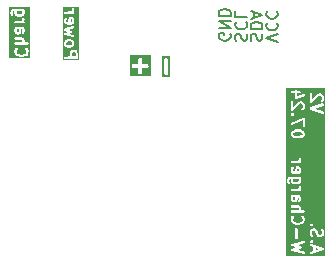
<source format=gbo>
G04 #@! TF.GenerationSoftware,KiCad,Pcbnew,8.0.3*
G04 #@! TF.CreationDate,2024-07-05T13:17:58+02:00*
G04 #@! TF.ProjectId,ESP32-C3-V2,45535033-322d-4433-932d-56322e6b6963,rev?*
G04 #@! TF.SameCoordinates,Original*
G04 #@! TF.FileFunction,Legend,Bot*
G04 #@! TF.FilePolarity,Positive*
%FSLAX46Y46*%
G04 Gerber Fmt 4.6, Leading zero omitted, Abs format (unit mm)*
G04 Created by KiCad (PCBNEW 8.0.3) date 2024-07-05 13:17:58*
%MOMM*%
%LPD*%
G01*
G04 APERTURE LIST*
%ADD10C,0.200000*%
%ADD11C,0.300000*%
G04 APERTURE END LIST*
D10*
X52980400Y8522055D02*
X52932780Y8664912D01*
X52932780Y8664912D02*
X52932780Y8903007D01*
X52932780Y8903007D02*
X52980400Y8998245D01*
X52980400Y8998245D02*
X53028019Y9045864D01*
X53028019Y9045864D02*
X53123257Y9093483D01*
X53123257Y9093483D02*
X53218495Y9093483D01*
X53218495Y9093483D02*
X53313733Y9045864D01*
X53313733Y9045864D02*
X53361352Y8998245D01*
X53361352Y8998245D02*
X53408971Y8903007D01*
X53408971Y8903007D02*
X53456590Y8712531D01*
X53456590Y8712531D02*
X53504209Y8617293D01*
X53504209Y8617293D02*
X53551828Y8569674D01*
X53551828Y8569674D02*
X53647066Y8522055D01*
X53647066Y8522055D02*
X53742304Y8522055D01*
X53742304Y8522055D02*
X53837542Y8569674D01*
X53837542Y8569674D02*
X53885161Y8617293D01*
X53885161Y8617293D02*
X53932780Y8712531D01*
X53932780Y8712531D02*
X53932780Y8950626D01*
X53932780Y8950626D02*
X53885161Y9093483D01*
X53028019Y10093483D02*
X52980400Y10045864D01*
X52980400Y10045864D02*
X52932780Y9903007D01*
X52932780Y9903007D02*
X52932780Y9807769D01*
X52932780Y9807769D02*
X52980400Y9664912D01*
X52980400Y9664912D02*
X53075638Y9569674D01*
X53075638Y9569674D02*
X53170876Y9522055D01*
X53170876Y9522055D02*
X53361352Y9474436D01*
X53361352Y9474436D02*
X53504209Y9474436D01*
X53504209Y9474436D02*
X53694685Y9522055D01*
X53694685Y9522055D02*
X53789923Y9569674D01*
X53789923Y9569674D02*
X53885161Y9664912D01*
X53885161Y9664912D02*
X53932780Y9807769D01*
X53932780Y9807769D02*
X53932780Y9903007D01*
X53932780Y9903007D02*
X53885161Y10045864D01*
X53885161Y10045864D02*
X53837542Y10093483D01*
X52932780Y10998245D02*
X52932780Y10522055D01*
X52932780Y10522055D02*
X53932780Y10522055D01*
D11*
G36*
X47387267Y5440726D02*
G01*
X46753933Y5440726D01*
X46753933Y6897368D01*
X46920600Y6897368D01*
X46923482Y5725247D01*
X46945880Y5671175D01*
X46987264Y5629791D01*
X47041336Y5607393D01*
X47099864Y5607393D01*
X47153936Y5629791D01*
X47195320Y5671175D01*
X47217718Y5725247D01*
X47220600Y5754511D01*
X47217718Y6926632D01*
X47195320Y6980704D01*
X47153936Y7022088D01*
X47099864Y7044486D01*
X47041336Y7044486D01*
X46987264Y7022088D01*
X46945880Y6980704D01*
X46923482Y6926632D01*
X46920600Y6897368D01*
X46753933Y6897368D01*
X46753933Y7211153D01*
X47387267Y7211153D01*
X47387267Y5440726D01*
G37*
D10*
G36*
X39376138Y7513868D02*
G01*
X39401915Y7489206D01*
X39432881Y7429567D01*
X39434128Y7169489D01*
X39108495Y7168875D01*
X39107269Y7424314D01*
X39136205Y7484461D01*
X39160867Y7510238D01*
X39220798Y7541355D01*
X39316645Y7542489D01*
X39376138Y7513868D01*
G37*
G36*
X39042805Y8418630D02*
G01*
X39068582Y8393968D01*
X39099699Y8334037D01*
X39100833Y8238190D01*
X39072211Y8178695D01*
X39047553Y8152922D01*
X38987849Y8121923D01*
X38749429Y8120422D01*
X38689420Y8149291D01*
X38663644Y8173951D01*
X38632527Y8233883D01*
X38631393Y8329730D01*
X38660014Y8389222D01*
X38684677Y8415000D01*
X38744377Y8445997D01*
X38982798Y8447498D01*
X39042805Y8418630D01*
G37*
G36*
X39077199Y10329754D02*
G01*
X39099641Y10286530D01*
X39100952Y10143200D01*
X39078575Y10096685D01*
X39035529Y10074335D01*
X38987556Y10074105D01*
X39041082Y10347129D01*
X39077199Y10329754D01*
G37*
G36*
X39743891Y6858563D02*
G01*
X38321669Y6858563D01*
X38321669Y7089183D01*
X38434701Y7089183D01*
X38434701Y7050165D01*
X38449633Y7014117D01*
X38477223Y6986527D01*
X38513271Y6971595D01*
X38532780Y6969674D01*
X39552289Y6971595D01*
X39588337Y6986527D01*
X39615927Y7014117D01*
X39630859Y7050165D01*
X39632780Y7069674D01*
X39631026Y7435214D01*
X39631995Y7438119D01*
X39630941Y7452944D01*
X39630859Y7470135D01*
X39629483Y7473456D01*
X39629229Y7477039D01*
X39622223Y7495348D01*
X39572880Y7590382D01*
X39568308Y7601422D01*
X39565152Y7605268D01*
X39564161Y7607176D01*
X39562163Y7608909D01*
X39555871Y7616575D01*
X39505770Y7664507D01*
X39498853Y7672483D01*
X39494703Y7675096D01*
X39493099Y7676630D01*
X39490659Y7677641D01*
X39482263Y7682926D01*
X39399245Y7722865D01*
X39397861Y7724249D01*
X39387111Y7728702D01*
X39368717Y7737551D01*
X39365133Y7737806D01*
X39361813Y7739181D01*
X39342304Y7741102D01*
X39214147Y7739586D01*
X39211954Y7740317D01*
X39199171Y7739409D01*
X39179938Y7739181D01*
X39176617Y7737806D01*
X39173034Y7737551D01*
X39154725Y7730545D01*
X39059691Y7681203D01*
X39048651Y7676630D01*
X39044805Y7673475D01*
X39042897Y7672483D01*
X39041164Y7670486D01*
X39033498Y7664193D01*
X38985566Y7614093D01*
X38977590Y7607175D01*
X38974977Y7603026D01*
X38973443Y7601421D01*
X38972432Y7598982D01*
X38967147Y7590585D01*
X38927208Y7507568D01*
X38925824Y7506183D01*
X38921371Y7495434D01*
X38912522Y7477039D01*
X38912267Y7473456D01*
X38910892Y7470135D01*
X38908971Y7450626D01*
X38910324Y7168502D01*
X38513271Y7167753D01*
X38477223Y7152821D01*
X38449633Y7125231D01*
X38434701Y7089183D01*
X38321669Y7089183D01*
X38321669Y8355388D01*
X38432780Y8355388D01*
X38434296Y8227231D01*
X38433565Y8225037D01*
X38434473Y8212255D01*
X38434701Y8193022D01*
X38436076Y8189703D01*
X38436331Y8186117D01*
X38443338Y8167809D01*
X38492678Y8072780D01*
X38497253Y8061736D01*
X38500409Y8057890D01*
X38501401Y8055980D01*
X38503397Y8054249D01*
X38509689Y8046582D01*
X38559791Y7998649D01*
X38566707Y7990674D01*
X38570856Y7988063D01*
X38572461Y7986527D01*
X38574901Y7985517D01*
X38583298Y7980231D01*
X38666315Y7940293D01*
X38667700Y7938908D01*
X38678449Y7934456D01*
X38696844Y7925606D01*
X38700427Y7925352D01*
X38703748Y7923976D01*
X38723257Y7922055D01*
X38993712Y7923758D01*
X38996464Y7922840D01*
X39010890Y7923866D01*
X39028480Y7923976D01*
X39031800Y7925352D01*
X39035384Y7925606D01*
X39053692Y7932612D01*
X39148721Y7981953D01*
X39159766Y7986527D01*
X39163612Y7989684D01*
X39165520Y7990674D01*
X39167249Y7992669D01*
X39174920Y7998963D01*
X39222853Y8049066D01*
X39230828Y8055981D01*
X39233439Y8060131D01*
X39234975Y8061735D01*
X39235985Y8064176D01*
X39241271Y8072572D01*
X39281209Y8155590D01*
X39282594Y8156974D01*
X39287046Y8167724D01*
X39295896Y8186118D01*
X39296150Y8189702D01*
X39297526Y8193022D01*
X39299447Y8212531D01*
X39297930Y8340688D01*
X39298662Y8342881D01*
X39297753Y8355664D01*
X39297526Y8374897D01*
X39296150Y8378218D01*
X39295896Y8381801D01*
X39288890Y8400110D01*
X39239547Y8495144D01*
X39234975Y8506184D01*
X39231819Y8510030D01*
X39230828Y8511938D01*
X39228830Y8513671D01*
X39222538Y8521337D01*
X39172437Y8569269D01*
X39165520Y8577245D01*
X39161370Y8579858D01*
X39159766Y8581392D01*
X39157326Y8582403D01*
X39148930Y8587688D01*
X39065912Y8627627D01*
X39064528Y8629011D01*
X39053778Y8633464D01*
X39035384Y8642313D01*
X39031800Y8642568D01*
X39028480Y8643943D01*
X39008971Y8645864D01*
X38738515Y8644162D01*
X38735764Y8645079D01*
X38721337Y8644054D01*
X38703748Y8643943D01*
X38700427Y8642568D01*
X38696844Y8642313D01*
X38678535Y8635307D01*
X38583501Y8585965D01*
X38572461Y8581392D01*
X38568615Y8578237D01*
X38566707Y8577245D01*
X38564974Y8575248D01*
X38557308Y8568955D01*
X38509380Y8518860D01*
X38501401Y8511939D01*
X38498787Y8507788D01*
X38497253Y8506183D01*
X38496242Y8503744D01*
X38490958Y8495348D01*
X38451018Y8412331D01*
X38449633Y8410945D01*
X38445181Y8400199D01*
X38436331Y8381802D01*
X38436076Y8378217D01*
X38434701Y8374897D01*
X38432780Y8355388D01*
X38321669Y8355388D01*
X38321669Y9442440D01*
X38433115Y9442440D01*
X38434869Y9436301D01*
X38434947Y9429923D01*
X38440179Y9417713D01*
X38443834Y9404923D01*
X38447804Y9399922D01*
X38450317Y9394059D01*
X38459828Y9384777D01*
X38468095Y9374364D01*
X38473672Y9371266D01*
X38478241Y9366807D01*
X38495641Y9357778D01*
X38742203Y9260185D01*
X38508102Y9165563D01*
X38502203Y9164885D01*
X38490927Y9158621D01*
X38478241Y9153493D01*
X38473672Y9149035D01*
X38468095Y9145936D01*
X38459828Y9135524D01*
X38450317Y9126241D01*
X38447804Y9120379D01*
X38443834Y9115377D01*
X38440179Y9102588D01*
X38434947Y9090377D01*
X38434869Y9084000D01*
X38433115Y9077860D01*
X38434632Y9064654D01*
X38434470Y9051362D01*
X38436840Y9045436D01*
X38437569Y9039097D01*
X38444022Y9027480D01*
X38448961Y9015135D01*
X38453419Y9010567D01*
X38456518Y9004989D01*
X38466930Y8996723D01*
X38476213Y8987211D01*
X38482075Y8984699D01*
X38487077Y8980728D01*
X38505308Y8973522D01*
X39191261Y8779533D01*
X39230024Y8783988D01*
X39264132Y8802936D01*
X39288393Y8833495D01*
X39299112Y8871012D01*
X39294657Y8909775D01*
X39275709Y8943883D01*
X39245150Y8968144D01*
X39226919Y8975350D01*
X38838225Y9085274D01*
X39028812Y9162307D01*
X39029674Y9162317D01*
X39043533Y9168257D01*
X39063510Y9176331D01*
X39064399Y9177200D01*
X39065538Y9177687D01*
X39078318Y9190784D01*
X39091434Y9203583D01*
X39091922Y9204724D01*
X39092789Y9205611D01*
X39099591Y9222617D01*
X39106804Y9239446D01*
X39106819Y9240686D01*
X39107280Y9241838D01*
X39107056Y9260150D01*
X39107280Y9278462D01*
X39106819Y9279615D01*
X39106804Y9280854D01*
X39099591Y9297684D01*
X39092789Y9314689D01*
X39091922Y9315577D01*
X39091434Y9316717D01*
X39078318Y9329517D01*
X39065538Y9342613D01*
X39064399Y9343101D01*
X39063510Y9343969D01*
X39046110Y9352998D01*
X38839069Y9434949D01*
X39245150Y9552156D01*
X39275709Y9576417D01*
X39294657Y9610525D01*
X39299112Y9649288D01*
X39288393Y9686805D01*
X39264132Y9717364D01*
X39230024Y9736312D01*
X39191261Y9740767D01*
X39171975Y9737254D01*
X38518123Y9548533D01*
X38512077Y9548459D01*
X38500133Y9543341D01*
X38487077Y9539572D01*
X38482075Y9535602D01*
X38476213Y9533089D01*
X38466930Y9523578D01*
X38456518Y9515311D01*
X38453419Y9509734D01*
X38448961Y9505165D01*
X38444022Y9492821D01*
X38437569Y9481203D01*
X38436840Y9474865D01*
X38434470Y9468938D01*
X38434632Y9455647D01*
X38433115Y9442440D01*
X38321669Y9442440D01*
X38321669Y10307769D01*
X38432780Y10307769D01*
X38434385Y10132261D01*
X38433565Y10129799D01*
X38434532Y10116183D01*
X38434701Y10097784D01*
X38436076Y10094465D01*
X38436331Y10090879D01*
X38443338Y10072571D01*
X38490375Y9981977D01*
X38493524Y9972532D01*
X38497898Y9967489D01*
X38501401Y9960742D01*
X38510873Y9952528D01*
X38519088Y9943055D01*
X38528960Y9936841D01*
X38530878Y9935178D01*
X38532417Y9934665D01*
X38535679Y9932612D01*
X38618696Y9892674D01*
X38620081Y9891289D01*
X38630830Y9886837D01*
X38649225Y9877987D01*
X38652808Y9877733D01*
X38656129Y9876357D01*
X38675638Y9874436D01*
X38861549Y9875328D01*
X38866009Y9874436D01*
X38870740Y9875372D01*
X39041177Y9876190D01*
X39044083Y9875221D01*
X39058907Y9876275D01*
X39076099Y9876357D01*
X39079419Y9877733D01*
X39083003Y9877987D01*
X39101311Y9884993D01*
X39191905Y9932031D01*
X39201351Y9935179D01*
X39206395Y9939554D01*
X39213139Y9943055D01*
X39221352Y9952526D01*
X39230828Y9960743D01*
X39237042Y9970617D01*
X39238704Y9972532D01*
X39239216Y9974071D01*
X39241271Y9977334D01*
X39281209Y10060352D01*
X39282594Y10061736D01*
X39287046Y10072486D01*
X39295896Y10090880D01*
X39296150Y10094464D01*
X39297526Y10097784D01*
X39299447Y10117293D01*
X39297841Y10292801D01*
X39298662Y10295262D01*
X39297694Y10308878D01*
X39297526Y10327278D01*
X39296150Y10330599D01*
X39295896Y10334182D01*
X39288890Y10352491D01*
X39241850Y10443089D01*
X39238704Y10452530D01*
X39234331Y10457573D01*
X39230828Y10464319D01*
X39221352Y10472537D01*
X39213139Y10482007D01*
X39203267Y10488221D01*
X39201351Y10489883D01*
X39199812Y10490397D01*
X39196549Y10492450D01*
X39113531Y10532389D01*
X39112147Y10533773D01*
X39101397Y10538226D01*
X39083003Y10547075D01*
X39079419Y10547330D01*
X39076099Y10548705D01*
X39056590Y10550626D01*
X38968805Y10549157D01*
X38961457Y10550626D01*
X38952661Y10548887D01*
X38941843Y10548705D01*
X38932790Y10544956D01*
X38923180Y10543054D01*
X38914942Y10537563D01*
X38905795Y10533773D01*
X38898866Y10526845D01*
X38890715Y10521410D01*
X38885206Y10513185D01*
X38878205Y10506183D01*
X38874455Y10497132D01*
X38869004Y10488991D01*
X38863294Y10470237D01*
X38863274Y10470140D01*
X38863273Y10470135D01*
X38863273Y10470130D01*
X38785443Y10073136D01*
X38701950Y10072735D01*
X38655027Y10095309D01*
X38632585Y10138532D01*
X38631274Y10281864D01*
X38676849Y10376594D01*
X38679615Y10415514D01*
X38667277Y10452530D01*
X38641712Y10482007D01*
X38606814Y10499456D01*
X38567894Y10502222D01*
X38530878Y10489884D01*
X38501401Y10464320D01*
X38490958Y10447729D01*
X38451018Y10364712D01*
X38449633Y10363326D01*
X38445181Y10352580D01*
X38436331Y10334183D01*
X38436076Y10330598D01*
X38434701Y10327278D01*
X38432780Y10307769D01*
X38321669Y10307769D01*
X38321669Y10898707D01*
X38434701Y10898707D01*
X38434701Y10859689D01*
X38449633Y10823641D01*
X38477223Y10796051D01*
X38513271Y10781119D01*
X38532780Y10779198D01*
X38994937Y10780492D01*
X38996464Y10779983D01*
X39003980Y10780518D01*
X39218956Y10781119D01*
X39255004Y10796051D01*
X39282594Y10823641D01*
X39297526Y10859689D01*
X39297526Y10898707D01*
X39282594Y10934755D01*
X39256330Y10961019D01*
X39281209Y11012733D01*
X39282594Y11014117D01*
X39287046Y11024867D01*
X39295896Y11043261D01*
X39296150Y11046845D01*
X39297526Y11050165D01*
X39299447Y11069674D01*
X39297526Y11184421D01*
X39282594Y11220469D01*
X39255004Y11248059D01*
X39218956Y11262991D01*
X39179938Y11262991D01*
X39143890Y11248059D01*
X39116300Y11220469D01*
X39101368Y11184421D01*
X39099447Y11164912D01*
X39100619Y11094888D01*
X39072211Y11035838D01*
X39047553Y11010065D01*
X38986959Y10978604D01*
X38513271Y10977277D01*
X38477223Y10962345D01*
X38449633Y10934755D01*
X38434701Y10898707D01*
X38321669Y10898707D01*
X38321669Y11374102D01*
X39743891Y11374102D01*
X39743891Y6858563D01*
G37*
X56532780Y8426817D02*
X55532780Y8760150D01*
X55532780Y8760150D02*
X56532780Y9093483D01*
X55628019Y9998245D02*
X55580400Y9950626D01*
X55580400Y9950626D02*
X55532780Y9807769D01*
X55532780Y9807769D02*
X55532780Y9712531D01*
X55532780Y9712531D02*
X55580400Y9569674D01*
X55580400Y9569674D02*
X55675638Y9474436D01*
X55675638Y9474436D02*
X55770876Y9426817D01*
X55770876Y9426817D02*
X55961352Y9379198D01*
X55961352Y9379198D02*
X56104209Y9379198D01*
X56104209Y9379198D02*
X56294685Y9426817D01*
X56294685Y9426817D02*
X56389923Y9474436D01*
X56389923Y9474436D02*
X56485161Y9569674D01*
X56485161Y9569674D02*
X56532780Y9712531D01*
X56532780Y9712531D02*
X56532780Y9807769D01*
X56532780Y9807769D02*
X56485161Y9950626D01*
X56485161Y9950626D02*
X56437542Y9998245D01*
X55628019Y10998245D02*
X55580400Y10950626D01*
X55580400Y10950626D02*
X55532780Y10807769D01*
X55532780Y10807769D02*
X55532780Y10712531D01*
X55532780Y10712531D02*
X55580400Y10569674D01*
X55580400Y10569674D02*
X55675638Y10474436D01*
X55675638Y10474436D02*
X55770876Y10426817D01*
X55770876Y10426817D02*
X55961352Y10379198D01*
X55961352Y10379198D02*
X56104209Y10379198D01*
X56104209Y10379198D02*
X56294685Y10426817D01*
X56294685Y10426817D02*
X56389923Y10474436D01*
X56389923Y10474436D02*
X56485161Y10569674D01*
X56485161Y10569674D02*
X56532780Y10712531D01*
X56532780Y10712531D02*
X56532780Y10807769D01*
X56532780Y10807769D02*
X56485161Y10950626D01*
X56485161Y10950626D02*
X56437542Y10998245D01*
X54280400Y8522055D02*
X54232780Y8664912D01*
X54232780Y8664912D02*
X54232780Y8903007D01*
X54232780Y8903007D02*
X54280400Y8998245D01*
X54280400Y8998245D02*
X54328019Y9045864D01*
X54328019Y9045864D02*
X54423257Y9093483D01*
X54423257Y9093483D02*
X54518495Y9093483D01*
X54518495Y9093483D02*
X54613733Y9045864D01*
X54613733Y9045864D02*
X54661352Y8998245D01*
X54661352Y8998245D02*
X54708971Y8903007D01*
X54708971Y8903007D02*
X54756590Y8712531D01*
X54756590Y8712531D02*
X54804209Y8617293D01*
X54804209Y8617293D02*
X54851828Y8569674D01*
X54851828Y8569674D02*
X54947066Y8522055D01*
X54947066Y8522055D02*
X55042304Y8522055D01*
X55042304Y8522055D02*
X55137542Y8569674D01*
X55137542Y8569674D02*
X55185161Y8617293D01*
X55185161Y8617293D02*
X55232780Y8712531D01*
X55232780Y8712531D02*
X55232780Y8950626D01*
X55232780Y8950626D02*
X55185161Y9093483D01*
X54232780Y9522055D02*
X55232780Y9522055D01*
X55232780Y9522055D02*
X55232780Y9760150D01*
X55232780Y9760150D02*
X55185161Y9903007D01*
X55185161Y9903007D02*
X55089923Y9998245D01*
X55089923Y9998245D02*
X54994685Y10045864D01*
X54994685Y10045864D02*
X54804209Y10093483D01*
X54804209Y10093483D02*
X54661352Y10093483D01*
X54661352Y10093483D02*
X54470876Y10045864D01*
X54470876Y10045864D02*
X54375638Y9998245D01*
X54375638Y9998245D02*
X54280400Y9903007D01*
X54280400Y9903007D02*
X54232780Y9760150D01*
X54232780Y9760150D02*
X54232780Y9522055D01*
X54518495Y10474436D02*
X54518495Y10950626D01*
X54232780Y10379198D02*
X55232780Y10712531D01*
X55232780Y10712531D02*
X54232780Y11045864D01*
G36*
X60029477Y-9139416D02*
G01*
X59727906Y-9240539D01*
X59727126Y-9039233D01*
X60029477Y-9139416D01*
G37*
G36*
X58015314Y-4923310D02*
G01*
X57992861Y-4969982D01*
X57949315Y-4992591D01*
X57900851Y-4993403D01*
X57855027Y-4971358D01*
X57832622Y-4928205D01*
X57831198Y-4737341D01*
X57841631Y-4715656D01*
X58013761Y-4715047D01*
X58015314Y-4923310D01*
G37*
G36*
X58299641Y-3208708D02*
G01*
X58300952Y-3352038D01*
X58272211Y-3411781D01*
X58247553Y-3437554D01*
X58187849Y-3468553D01*
X57949429Y-3470054D01*
X57889420Y-3441185D01*
X57863644Y-3416525D01*
X57832585Y-3356706D01*
X57831274Y-3213374D01*
X57841727Y-3191647D01*
X58290243Y-3190608D01*
X58299641Y-3208708D01*
G37*
G36*
X58277199Y-2308341D02*
G01*
X58299641Y-2351565D01*
X58300952Y-2494895D01*
X58278575Y-2541410D01*
X58235529Y-2563760D01*
X58187556Y-2563990D01*
X58241082Y-2290966D01*
X58277199Y-2308341D01*
G37*
G36*
X58501117Y769008D02*
G01*
X58576138Y732917D01*
X58601915Y708255D01*
X58633140Y648116D01*
X58633952Y599651D01*
X58605544Y540601D01*
X58580886Y514828D01*
X58513326Y479750D01*
X58345867Y436298D01*
X58132376Y434706D01*
X57964443Y475105D01*
X57889420Y511197D01*
X57863644Y535857D01*
X57832419Y595997D01*
X57831607Y644462D01*
X57860014Y703509D01*
X57884677Y729287D01*
X57952232Y764363D01*
X58119693Y807815D01*
X58333183Y809407D01*
X58501117Y769008D01*
G37*
G36*
X60553835Y-9683509D02*
G01*
X57188336Y-9683509D01*
X57188336Y-8810256D01*
X57632849Y-8810256D01*
X57636214Y-8824390D01*
X57638126Y-8838774D01*
X57640696Y-8843214D01*
X57641887Y-8848213D01*
X57650402Y-8859979D01*
X57657675Y-8872542D01*
X57661752Y-8875662D01*
X57664762Y-8879822D01*
X57677124Y-8887429D01*
X57688658Y-8896258D01*
X57695858Y-8898957D01*
X57697992Y-8900271D01*
X57700382Y-8900654D01*
X57707014Y-8903141D01*
X58062591Y-8996997D01*
X57711734Y-9091511D01*
X57697992Y-9093715D01*
X57693660Y-9096380D01*
X57688658Y-9097728D01*
X57677124Y-9106556D01*
X57664762Y-9114164D01*
X57661752Y-9118323D01*
X57657675Y-9121444D01*
X57650402Y-9134006D01*
X57641887Y-9145773D01*
X57640696Y-9150771D01*
X57638126Y-9155212D01*
X57636214Y-9169595D01*
X57632849Y-9183730D01*
X57633662Y-9188801D01*
X57632986Y-9193890D01*
X57636727Y-9207922D01*
X57639026Y-9222257D01*
X57641715Y-9226627D01*
X57643039Y-9231591D01*
X57651867Y-9243124D01*
X57659475Y-9255487D01*
X57663634Y-9258496D01*
X57666755Y-9262574D01*
X57679317Y-9269846D01*
X57691084Y-9278362D01*
X57698355Y-9280868D01*
X57700523Y-9282123D01*
X57702920Y-9282441D01*
X57709618Y-9284750D01*
X58729041Y-9525495D01*
X58767568Y-9519318D01*
X58800798Y-9498869D01*
X58823673Y-9467260D01*
X58832711Y-9429303D01*
X58826534Y-9390776D01*
X58806085Y-9357546D01*
X58774476Y-9334671D01*
X58755942Y-9328283D01*
X58137059Y-9182128D01*
X58466738Y-9093320D01*
X58479324Y-9091648D01*
X58484873Y-9088434D01*
X58491188Y-9086734D01*
X58501670Y-9078709D01*
X58513091Y-9072098D01*
X58517027Y-9066954D01*
X58522171Y-9063018D01*
X58528782Y-9051598D01*
X58536807Y-9041115D01*
X58538476Y-9034854D01*
X58541721Y-9029250D01*
X58543459Y-9016167D01*
X58546860Y-9003414D01*
X58546006Y-8996993D01*
X58546860Y-8990572D01*
X58543459Y-8977818D01*
X58541721Y-8964736D01*
X58538476Y-8959131D01*
X58536807Y-8952871D01*
X58528782Y-8942387D01*
X58522171Y-8930968D01*
X58517027Y-8927031D01*
X58513091Y-8921888D01*
X58501670Y-8915276D01*
X58491188Y-8907252D01*
X58481606Y-8903659D01*
X58479324Y-8902338D01*
X58477400Y-8902082D01*
X58472833Y-8900370D01*
X58138203Y-8812042D01*
X58213326Y-8794010D01*
X59243509Y-8794010D01*
X59246275Y-8832930D01*
X59263725Y-8867829D01*
X59293201Y-8893394D01*
X59311101Y-8901385D01*
X59528717Y-8973491D01*
X59530009Y-9306899D01*
X59293201Y-9386306D01*
X59263725Y-9411871D01*
X59246275Y-9446770D01*
X59243509Y-9485690D01*
X59255847Y-9522706D01*
X59281412Y-9552182D01*
X59316311Y-9569632D01*
X59355231Y-9572398D01*
X59374347Y-9568051D01*
X60362239Y-9236789D01*
X60369136Y-9236299D01*
X60380201Y-9230766D01*
X60392247Y-9226727D01*
X60397648Y-9222042D01*
X60404035Y-9218849D01*
X60412247Y-9209380D01*
X60421723Y-9201162D01*
X60424918Y-9194770D01*
X60429600Y-9189373D01*
X60433566Y-9177475D01*
X60439172Y-9166263D01*
X60439678Y-9159138D01*
X60441939Y-9152357D01*
X60441049Y-9139850D01*
X60441939Y-9127343D01*
X60439678Y-9120561D01*
X60439172Y-9113437D01*
X60433566Y-9102224D01*
X60429600Y-9090327D01*
X60424918Y-9084929D01*
X60421723Y-9078538D01*
X60412247Y-9070319D01*
X60404035Y-9060851D01*
X60397648Y-9057657D01*
X60392247Y-9052973D01*
X60374346Y-9044982D01*
X59655388Y-8806758D01*
X59647948Y-8803676D01*
X59646087Y-8803676D01*
X59355231Y-8707302D01*
X59316311Y-8710068D01*
X59281412Y-8727518D01*
X59255847Y-8756994D01*
X59243509Y-8794010D01*
X58213326Y-8794010D01*
X58774476Y-8659315D01*
X58806085Y-8636440D01*
X58826534Y-8603210D01*
X58832711Y-8564683D01*
X58823673Y-8526726D01*
X58800798Y-8495117D01*
X58767568Y-8474668D01*
X58729041Y-8468491D01*
X58709618Y-8471141D01*
X57714479Y-8710008D01*
X57700523Y-8711863D01*
X57696110Y-8714417D01*
X57691084Y-8715624D01*
X57679317Y-8724139D01*
X57666755Y-8731412D01*
X57663634Y-8735489D01*
X57659475Y-8738499D01*
X57651867Y-8750861D01*
X57643039Y-8762395D01*
X57641715Y-8767358D01*
X57639026Y-8771729D01*
X57636727Y-8786063D01*
X57632986Y-8800096D01*
X57633662Y-8805184D01*
X57632849Y-8810256D01*
X57188336Y-8810256D01*
X57188336Y-8453674D01*
X59244645Y-8453674D01*
X59244645Y-8492692D01*
X59246129Y-8496275D01*
X59259576Y-8528740D01*
X59259577Y-8528741D01*
X59272014Y-8543894D01*
X59334787Y-8603950D01*
X59360277Y-8614507D01*
X59370835Y-8618881D01*
X59370836Y-8618881D01*
X59409853Y-8618881D01*
X59430970Y-8610133D01*
X59445902Y-8603949D01*
X59445906Y-8603944D01*
X59461055Y-8591513D01*
X59521110Y-8528741D01*
X59532479Y-8501293D01*
X59536042Y-8492692D01*
X59536042Y-8453674D01*
X59521110Y-8417626D01*
X59521110Y-8417625D01*
X59508673Y-8402472D01*
X59445924Y-8342439D01*
X59445902Y-8342417D01*
X59430970Y-8336232D01*
X59409853Y-8327485D01*
X59370835Y-8327485D01*
X59360277Y-8331858D01*
X59334787Y-8342416D01*
X59319634Y-8354853D01*
X59259577Y-8417625D01*
X59259576Y-8417626D01*
X59249018Y-8443116D01*
X59244645Y-8453674D01*
X57188336Y-8453674D01*
X57188336Y-7425565D01*
X58013733Y-7425565D01*
X58015654Y-8206978D01*
X58030586Y-8243026D01*
X58058176Y-8270616D01*
X58094224Y-8285548D01*
X58133242Y-8285548D01*
X58169290Y-8270616D01*
X58196880Y-8243026D01*
X58211812Y-8206978D01*
X58213733Y-8187469D01*
X58212445Y-7663660D01*
X59242724Y-7663660D01*
X59244489Y-7900461D01*
X59243509Y-7914263D01*
X59244629Y-7919190D01*
X59244645Y-7921264D01*
X59245656Y-7923705D01*
X59247856Y-7933378D01*
X59303468Y-8094136D01*
X59329033Y-8123612D01*
X59363932Y-8141061D01*
X59402852Y-8143827D01*
X59439868Y-8131488D01*
X59469344Y-8105923D01*
X59486793Y-8071024D01*
X59489559Y-8032104D01*
X59485212Y-8012989D01*
X59442635Y-7889913D01*
X59441142Y-7689722D01*
X59469958Y-7629826D01*
X59494621Y-7604048D01*
X59554760Y-7572823D01*
X59603225Y-7572011D01*
X59662273Y-7600418D01*
X59688050Y-7625080D01*
X59723126Y-7692635D01*
X59769405Y-7870993D01*
X59770085Y-7880549D01*
X59775676Y-7895161D01*
X59776115Y-7896850D01*
X59776545Y-7897430D01*
X59777091Y-7898857D01*
X59826431Y-7993886D01*
X59831006Y-8004931D01*
X59834162Y-8008777D01*
X59835153Y-8010685D01*
X59837147Y-8012414D01*
X59843442Y-8020085D01*
X59893544Y-8068018D01*
X59900460Y-8075993D01*
X59904609Y-8078604D01*
X59906214Y-8080140D01*
X59908654Y-8081150D01*
X59917051Y-8086436D01*
X60000068Y-8126374D01*
X60001453Y-8127759D01*
X60012202Y-8132211D01*
X60030597Y-8141061D01*
X60034180Y-8141315D01*
X60037501Y-8142691D01*
X60057010Y-8144612D01*
X60138027Y-8143255D01*
X60139741Y-8143827D01*
X60150785Y-8143042D01*
X60171757Y-8142691D01*
X60175077Y-8141315D01*
X60178661Y-8141061D01*
X60196969Y-8134055D01*
X60291998Y-8084714D01*
X60303043Y-8080140D01*
X60306889Y-8076983D01*
X60308797Y-8075993D01*
X60310526Y-8073998D01*
X60318197Y-8067704D01*
X60366130Y-8017601D01*
X60374105Y-8010686D01*
X60376716Y-8006536D01*
X60378252Y-8004932D01*
X60379262Y-8002491D01*
X60384548Y-7994095D01*
X60424486Y-7911077D01*
X60425871Y-7909693D01*
X60430323Y-7898943D01*
X60439173Y-7880549D01*
X60439427Y-7876965D01*
X60440803Y-7873645D01*
X60442724Y-7854136D01*
X60440958Y-7617334D01*
X60441939Y-7603533D01*
X60440818Y-7598605D01*
X60440803Y-7596532D01*
X60439791Y-7594090D01*
X60437592Y-7584418D01*
X60381982Y-7423661D01*
X60356417Y-7394185D01*
X60321518Y-7376735D01*
X60282598Y-7373969D01*
X60245582Y-7386307D01*
X60216106Y-7411872D01*
X60198656Y-7446771D01*
X60195890Y-7485691D01*
X60200237Y-7504807D01*
X60242812Y-7627883D01*
X60244305Y-7828072D01*
X60215488Y-7887972D01*
X60190830Y-7913745D01*
X60130687Y-7944972D01*
X60082223Y-7945784D01*
X60023173Y-7917376D01*
X59997400Y-7892718D01*
X59962322Y-7825158D01*
X59916043Y-7646802D01*
X59915364Y-7637247D01*
X59909771Y-7622631D01*
X59909334Y-7620946D01*
X59908904Y-7620366D01*
X59908358Y-7618938D01*
X59859015Y-7523904D01*
X59854443Y-7512864D01*
X59851287Y-7509018D01*
X59850296Y-7507110D01*
X59848298Y-7505377D01*
X59842006Y-7497711D01*
X59791905Y-7449779D01*
X59784988Y-7441803D01*
X59780838Y-7439190D01*
X59779234Y-7437656D01*
X59776794Y-7436645D01*
X59768398Y-7431360D01*
X59685380Y-7391421D01*
X59683996Y-7390037D01*
X59673246Y-7385584D01*
X59654852Y-7376735D01*
X59651268Y-7376480D01*
X59647948Y-7375105D01*
X59628439Y-7373184D01*
X59547421Y-7374540D01*
X59545708Y-7373969D01*
X59534663Y-7374753D01*
X59513692Y-7375105D01*
X59510371Y-7376480D01*
X59506788Y-7376735D01*
X59488479Y-7383741D01*
X59393445Y-7433083D01*
X59382405Y-7437656D01*
X59378559Y-7440811D01*
X59376651Y-7441803D01*
X59374918Y-7443800D01*
X59367252Y-7450093D01*
X59319324Y-7500188D01*
X59311345Y-7507109D01*
X59308731Y-7511260D01*
X59307197Y-7512865D01*
X59306186Y-7515304D01*
X59300902Y-7523700D01*
X59260962Y-7606717D01*
X59259577Y-7608103D01*
X59255125Y-7618849D01*
X59246275Y-7637246D01*
X59246020Y-7640831D01*
X59244645Y-7644151D01*
X59242724Y-7663660D01*
X58212445Y-7663660D01*
X58211812Y-7406056D01*
X58196880Y-7370008D01*
X58169290Y-7342418D01*
X58133242Y-7327486D01*
X58094224Y-7327486D01*
X58058176Y-7342418D01*
X58030586Y-7370008D01*
X58015654Y-7406056D01*
X58013733Y-7425565D01*
X57188336Y-7425565D01*
X57188336Y-6568422D01*
X57632780Y-6568422D01*
X57634389Y-6664565D01*
X57633565Y-6676168D01*
X57634664Y-6681003D01*
X57634701Y-6683169D01*
X57635712Y-6685610D01*
X57637912Y-6695283D01*
X57682321Y-6823656D01*
X57682321Y-6826026D01*
X57687293Y-6838029D01*
X57693524Y-6856041D01*
X57695878Y-6858755D01*
X57697253Y-6862074D01*
X57709689Y-6877228D01*
X57806073Y-6971239D01*
X57814326Y-6980755D01*
X57818564Y-6983422D01*
X57820081Y-6984902D01*
X57822518Y-6985911D01*
X57830917Y-6991198D01*
X57921188Y-7034626D01*
X57928162Y-7039793D01*
X57942796Y-7045021D01*
X57944463Y-7045823D01*
X57945183Y-7045874D01*
X57946622Y-7046388D01*
X58131934Y-7090967D01*
X58141843Y-7095072D01*
X58153952Y-7096264D01*
X58156491Y-7096875D01*
X58157949Y-7096657D01*
X58161352Y-7096993D01*
X58298925Y-7095365D01*
X58309070Y-7096875D01*
X58321048Y-7095103D01*
X58323718Y-7095072D01*
X58325081Y-7094507D01*
X58328463Y-7094007D01*
X58511542Y-7046502D01*
X58521098Y-7045823D01*
X58535710Y-7040231D01*
X58537399Y-7039793D01*
X58537979Y-7039362D01*
X58539406Y-7038817D01*
X58565819Y-7025103D01*
X59244645Y-7025103D01*
X59244645Y-7064121D01*
X59246129Y-7067704D01*
X59259576Y-7100169D01*
X59259577Y-7100170D01*
X59272014Y-7115323D01*
X59334787Y-7175379D01*
X59360277Y-7185936D01*
X59370835Y-7190310D01*
X59370836Y-7190310D01*
X59409853Y-7190310D01*
X59430970Y-7181562D01*
X59445902Y-7175378D01*
X59445906Y-7175373D01*
X59461055Y-7162942D01*
X59521110Y-7100170D01*
X59525483Y-7089611D01*
X59536042Y-7064121D01*
X59536042Y-7025103D01*
X59521110Y-6989055D01*
X59521110Y-6989054D01*
X59508673Y-6973901D01*
X59445924Y-6913868D01*
X59445902Y-6913846D01*
X59428345Y-6906574D01*
X59409853Y-6898914D01*
X59370835Y-6898914D01*
X59361053Y-6902966D01*
X59334787Y-6913845D01*
X59319634Y-6926282D01*
X59259577Y-6989054D01*
X59259576Y-6989055D01*
X59254275Y-7001854D01*
X59244645Y-7025103D01*
X58565819Y-7025103D01*
X58634435Y-6989476D01*
X58645480Y-6984902D01*
X58649326Y-6981745D01*
X58651234Y-6980755D01*
X58652963Y-6978760D01*
X58660634Y-6972466D01*
X58744462Y-6886521D01*
X58746473Y-6885516D01*
X58754738Y-6875986D01*
X58768308Y-6862074D01*
X58769682Y-6858755D01*
X58772038Y-6856040D01*
X58780029Y-6838140D01*
X58825935Y-6695055D01*
X58830859Y-6683169D01*
X58831350Y-6678176D01*
X58831995Y-6676168D01*
X58831807Y-6673533D01*
X58832780Y-6663660D01*
X58831170Y-6567516D01*
X58831995Y-6555914D01*
X58830895Y-6551078D01*
X58830859Y-6548913D01*
X58829847Y-6546471D01*
X58827648Y-6536799D01*
X58783239Y-6408421D01*
X58783239Y-6406056D01*
X58778273Y-6394066D01*
X58772038Y-6376042D01*
X58769682Y-6373326D01*
X58768308Y-6370007D01*
X58755871Y-6354854D01*
X58693099Y-6294799D01*
X58657051Y-6279867D01*
X58618033Y-6279867D01*
X58581985Y-6294799D01*
X58554395Y-6322389D01*
X58539463Y-6358437D01*
X58539463Y-6397455D01*
X58554395Y-6433503D01*
X58566831Y-6448657D01*
X58597487Y-6477986D01*
X58632983Y-6580598D01*
X58634046Y-6644085D01*
X58599801Y-6750824D01*
X58534314Y-6817964D01*
X58465707Y-6853585D01*
X58298142Y-6897064D01*
X58179334Y-6898470D01*
X58012062Y-6858230D01*
X57937392Y-6822308D01*
X57868386Y-6755000D01*
X57832576Y-6651484D01*
X57831513Y-6587997D01*
X57865901Y-6480816D01*
X57911166Y-6433504D01*
X57926097Y-6397455D01*
X57926097Y-6358437D01*
X57911166Y-6322389D01*
X57883576Y-6294799D01*
X57847528Y-6279868D01*
X57808510Y-6279868D01*
X57772461Y-6294799D01*
X57757308Y-6307236D01*
X57720224Y-6345997D01*
X57719089Y-6346565D01*
X57713342Y-6353190D01*
X57697253Y-6370008D01*
X57695878Y-6373326D01*
X57693524Y-6376041D01*
X57685532Y-6393941D01*
X57639625Y-6537025D01*
X57634701Y-6548913D01*
X57634209Y-6553905D01*
X57633565Y-6555914D01*
X57633752Y-6558548D01*
X57632780Y-6568422D01*
X57188336Y-6568422D01*
X57188336Y-5501294D01*
X57634701Y-5501294D01*
X57634701Y-5540312D01*
X57649633Y-5576360D01*
X57677223Y-5603950D01*
X57713271Y-5618882D01*
X57732780Y-5620803D01*
X58230157Y-5619044D01*
X58277199Y-5641675D01*
X58299699Y-5685011D01*
X58300833Y-5780858D01*
X58272211Y-5840353D01*
X58262734Y-5850259D01*
X57713271Y-5851295D01*
X57677223Y-5866227D01*
X57649633Y-5893817D01*
X57634701Y-5929865D01*
X57634701Y-5968883D01*
X57649633Y-6004931D01*
X57677223Y-6032521D01*
X57713271Y-6047453D01*
X57732780Y-6049374D01*
X58752289Y-6047453D01*
X58788337Y-6032521D01*
X58815927Y-6004931D01*
X58830859Y-5968883D01*
X58830859Y-5929865D01*
X58815927Y-5893817D01*
X58788337Y-5866227D01*
X58752289Y-5851295D01*
X58732780Y-5849374D01*
X58487762Y-5849835D01*
X58495896Y-5832930D01*
X58496150Y-5829346D01*
X58497526Y-5826026D01*
X58499447Y-5806517D01*
X58497930Y-5678360D01*
X58498662Y-5676167D01*
X58497753Y-5663384D01*
X58497526Y-5644151D01*
X58496150Y-5640830D01*
X58495896Y-5637247D01*
X58488890Y-5618938D01*
X58441850Y-5528340D01*
X58438704Y-5518899D01*
X58434331Y-5513856D01*
X58430828Y-5507110D01*
X58421352Y-5498892D01*
X58413139Y-5489422D01*
X58403267Y-5483208D01*
X58401351Y-5481546D01*
X58399812Y-5481032D01*
X58396549Y-5478979D01*
X58313531Y-5439040D01*
X58312147Y-5437656D01*
X58301397Y-5433203D01*
X58283003Y-5424354D01*
X58279419Y-5424099D01*
X58276099Y-5422724D01*
X58256590Y-5420803D01*
X57713271Y-5422724D01*
X57677223Y-5437656D01*
X57649633Y-5465246D01*
X57634701Y-5501294D01*
X57188336Y-5501294D01*
X57188336Y-4711279D01*
X57632780Y-4711279D01*
X57634442Y-4934234D01*
X57633565Y-4936868D01*
X57634567Y-4950973D01*
X57634701Y-4968883D01*
X57636076Y-4972202D01*
X57636331Y-4975788D01*
X57643338Y-4994096D01*
X57690375Y-5084690D01*
X57693524Y-5094135D01*
X57697898Y-5099178D01*
X57701401Y-5105925D01*
X57710873Y-5114139D01*
X57719088Y-5123612D01*
X57728960Y-5129826D01*
X57730878Y-5131489D01*
X57732417Y-5132002D01*
X57735679Y-5134055D01*
X57818696Y-5173993D01*
X57820081Y-5175378D01*
X57830830Y-5179830D01*
X57849225Y-5188680D01*
X57852808Y-5188934D01*
X57856129Y-5190310D01*
X57875638Y-5192231D01*
X57956655Y-5190874D01*
X57958369Y-5191446D01*
X57969413Y-5190661D01*
X57990385Y-5190310D01*
X57993705Y-5188934D01*
X57997289Y-5188680D01*
X58015597Y-5181674D01*
X58106191Y-5134636D01*
X58115637Y-5131488D01*
X58120681Y-5127113D01*
X58127425Y-5123612D01*
X58135638Y-5114141D01*
X58145114Y-5105924D01*
X58151328Y-5096050D01*
X58152990Y-5094135D01*
X58153502Y-5092596D01*
X58155557Y-5089333D01*
X58195495Y-5006315D01*
X58196880Y-5004931D01*
X58201332Y-4994181D01*
X58210182Y-4975787D01*
X58210436Y-4972203D01*
X58211812Y-4968883D01*
X58213733Y-4949374D01*
X58212151Y-4737342D01*
X58223233Y-4714306D01*
X58230157Y-4714282D01*
X58277199Y-4736913D01*
X58299641Y-4780137D01*
X58300952Y-4923467D01*
X58255379Y-5018199D01*
X58252613Y-5057119D01*
X58264952Y-5094135D01*
X58290516Y-5123612D01*
X58325415Y-5141061D01*
X58364335Y-5143827D01*
X58401351Y-5131488D01*
X58430828Y-5105924D01*
X58441271Y-5089333D01*
X58481209Y-5006315D01*
X58482594Y-5004931D01*
X58487046Y-4994181D01*
X58495896Y-4975787D01*
X58496150Y-4972203D01*
X58497526Y-4968883D01*
X58499447Y-4949374D01*
X58497841Y-4773866D01*
X58498662Y-4771405D01*
X58497694Y-4757789D01*
X58497526Y-4739389D01*
X58496150Y-4736068D01*
X58495896Y-4732485D01*
X58488890Y-4714176D01*
X58441850Y-4623578D01*
X58438704Y-4614137D01*
X58434331Y-4609094D01*
X58430828Y-4602348D01*
X58421352Y-4594130D01*
X58413139Y-4584660D01*
X58403267Y-4578446D01*
X58401351Y-4576784D01*
X58399812Y-4576270D01*
X58396549Y-4574217D01*
X58313531Y-4534278D01*
X58312147Y-4532894D01*
X58301397Y-4528441D01*
X58283003Y-4519592D01*
X58279419Y-4519337D01*
X58276099Y-4517962D01*
X58256590Y-4516041D01*
X57780532Y-4517724D01*
X57767894Y-4516826D01*
X57765034Y-4517778D01*
X57713271Y-4517962D01*
X57677223Y-4532894D01*
X57649633Y-4560484D01*
X57634701Y-4596532D01*
X57634701Y-4635550D01*
X57646344Y-4663660D01*
X57645181Y-4666468D01*
X57636331Y-4684865D01*
X57636076Y-4688450D01*
X57634701Y-4691770D01*
X57632780Y-4711279D01*
X57188336Y-4711279D01*
X57188336Y-4120341D01*
X57634701Y-4120341D01*
X57634701Y-4159359D01*
X57649633Y-4195407D01*
X57677223Y-4222997D01*
X57713271Y-4237929D01*
X57732780Y-4239850D01*
X58194937Y-4238556D01*
X58196464Y-4239065D01*
X58203980Y-4238530D01*
X58418956Y-4237929D01*
X58455004Y-4222997D01*
X58482594Y-4195407D01*
X58497526Y-4159359D01*
X58497526Y-4120341D01*
X58482594Y-4084293D01*
X58456330Y-4058029D01*
X58481209Y-4006315D01*
X58482594Y-4004931D01*
X58487046Y-3994181D01*
X58495896Y-3975787D01*
X58496150Y-3972203D01*
X58497526Y-3968883D01*
X58499447Y-3949374D01*
X58497526Y-3834627D01*
X58482594Y-3798579D01*
X58455004Y-3770989D01*
X58418956Y-3756057D01*
X58379938Y-3756057D01*
X58343890Y-3770989D01*
X58316300Y-3798579D01*
X58301368Y-3834627D01*
X58299447Y-3854136D01*
X58300619Y-3924160D01*
X58272211Y-3983210D01*
X58247553Y-4008983D01*
X58186959Y-4040444D01*
X57713271Y-4041771D01*
X57677223Y-4056703D01*
X57649633Y-4084293D01*
X57634701Y-4120341D01*
X57188336Y-4120341D01*
X57188336Y-3282707D01*
X57299447Y-3282707D01*
X57300963Y-3410863D01*
X57300232Y-3413057D01*
X57301140Y-3425839D01*
X57301368Y-3445073D01*
X57302743Y-3448393D01*
X57302998Y-3451977D01*
X57310004Y-3470285D01*
X57368066Y-3582113D01*
X57397543Y-3607678D01*
X57434559Y-3620016D01*
X57473479Y-3617251D01*
X57508377Y-3599802D01*
X57533942Y-3570325D01*
X57546281Y-3533309D01*
X57543515Y-3494389D01*
X57536509Y-3476080D01*
X57499194Y-3404211D01*
X57498060Y-3308365D01*
X57526681Y-3248872D01*
X57551343Y-3223095D01*
X57610881Y-3192182D01*
X57632822Y-3192131D01*
X57634385Y-3362977D01*
X57633565Y-3365439D01*
X57634532Y-3379055D01*
X57634701Y-3397454D01*
X57636076Y-3400773D01*
X57636331Y-3404359D01*
X57643338Y-3422667D01*
X57692678Y-3517696D01*
X57697253Y-3528740D01*
X57700409Y-3532586D01*
X57701401Y-3534496D01*
X57703397Y-3536227D01*
X57709689Y-3543894D01*
X57759791Y-3591827D01*
X57766707Y-3599802D01*
X57770856Y-3602413D01*
X57772461Y-3603949D01*
X57774901Y-3604959D01*
X57783298Y-3610245D01*
X57866315Y-3650183D01*
X57867700Y-3651568D01*
X57878449Y-3656020D01*
X57896844Y-3664870D01*
X57900427Y-3665124D01*
X57903748Y-3666500D01*
X57923257Y-3668421D01*
X58193712Y-3666718D01*
X58196464Y-3667636D01*
X58210890Y-3666610D01*
X58228480Y-3666500D01*
X58231800Y-3665124D01*
X58235384Y-3664870D01*
X58253692Y-3657864D01*
X58348721Y-3608523D01*
X58359766Y-3603949D01*
X58363612Y-3600792D01*
X58365520Y-3599802D01*
X58367249Y-3597807D01*
X58374920Y-3591513D01*
X58422853Y-3541410D01*
X58430828Y-3534495D01*
X58433439Y-3530345D01*
X58434975Y-3528741D01*
X58435985Y-3526300D01*
X58441271Y-3517904D01*
X58481209Y-3434886D01*
X58482594Y-3433502D01*
X58487046Y-3422752D01*
X58495896Y-3404358D01*
X58496150Y-3400774D01*
X58497526Y-3397454D01*
X58499447Y-3377945D01*
X58497841Y-3202437D01*
X58498662Y-3199976D01*
X58497694Y-3186360D01*
X58497526Y-3167960D01*
X58496150Y-3164639D01*
X58495896Y-3161056D01*
X58488890Y-3142747D01*
X58486549Y-3138239D01*
X58497526Y-3111740D01*
X58497526Y-3072722D01*
X58482594Y-3036674D01*
X58455004Y-3009084D01*
X58418956Y-2994152D01*
X58399447Y-2992231D01*
X57777138Y-2993672D01*
X57767894Y-2993016D01*
X57765844Y-2993699D01*
X57605593Y-2994070D01*
X57602430Y-2993016D01*
X57586985Y-2994113D01*
X57570414Y-2994152D01*
X57567093Y-2995527D01*
X57563510Y-2995782D01*
X57545201Y-3002788D01*
X57450167Y-3052130D01*
X57439127Y-3056703D01*
X57435281Y-3059858D01*
X57433373Y-3060850D01*
X57431640Y-3062847D01*
X57423974Y-3069140D01*
X57376042Y-3119240D01*
X57368066Y-3126158D01*
X57365453Y-3130307D01*
X57363919Y-3131912D01*
X57362908Y-3134351D01*
X57357623Y-3142748D01*
X57317684Y-3225765D01*
X57316300Y-3227150D01*
X57311847Y-3237899D01*
X57302998Y-3256294D01*
X57302743Y-3259877D01*
X57301368Y-3263198D01*
X57299447Y-3282707D01*
X57188336Y-3282707D01*
X57188336Y-2330326D01*
X57632780Y-2330326D01*
X57634385Y-2505834D01*
X57633565Y-2508296D01*
X57634532Y-2521912D01*
X57634701Y-2540311D01*
X57636076Y-2543630D01*
X57636331Y-2547216D01*
X57643338Y-2565524D01*
X57690375Y-2656118D01*
X57693524Y-2665563D01*
X57697898Y-2670606D01*
X57701401Y-2677353D01*
X57710873Y-2685567D01*
X57719088Y-2695040D01*
X57728960Y-2701254D01*
X57730878Y-2702917D01*
X57732417Y-2703430D01*
X57735679Y-2705483D01*
X57818696Y-2745421D01*
X57820081Y-2746806D01*
X57830830Y-2751258D01*
X57849225Y-2760108D01*
X57852808Y-2760362D01*
X57856129Y-2761738D01*
X57875638Y-2763659D01*
X58061549Y-2762767D01*
X58066009Y-2763659D01*
X58070740Y-2762723D01*
X58241177Y-2761905D01*
X58244083Y-2762874D01*
X58258907Y-2761820D01*
X58276099Y-2761738D01*
X58279419Y-2760362D01*
X58283003Y-2760108D01*
X58301311Y-2753102D01*
X58391905Y-2706064D01*
X58401351Y-2702916D01*
X58406395Y-2698541D01*
X58413139Y-2695040D01*
X58421352Y-2685569D01*
X58430828Y-2677352D01*
X58437042Y-2667478D01*
X58438704Y-2665563D01*
X58439216Y-2664024D01*
X58441271Y-2660761D01*
X58481209Y-2577743D01*
X58482594Y-2576359D01*
X58487046Y-2565609D01*
X58495896Y-2547215D01*
X58496150Y-2543631D01*
X58497526Y-2540311D01*
X58499447Y-2520802D01*
X58497841Y-2345294D01*
X58498662Y-2342833D01*
X58497694Y-2329217D01*
X58497526Y-2310817D01*
X58496150Y-2307496D01*
X58495896Y-2303913D01*
X58488890Y-2285604D01*
X58441850Y-2195006D01*
X58438704Y-2185565D01*
X58434331Y-2180522D01*
X58430828Y-2173776D01*
X58421352Y-2165558D01*
X58413139Y-2156088D01*
X58403267Y-2149874D01*
X58401351Y-2148212D01*
X58399812Y-2147698D01*
X58396549Y-2145645D01*
X58313531Y-2105706D01*
X58312147Y-2104322D01*
X58301397Y-2099869D01*
X58283003Y-2091020D01*
X58279419Y-2090765D01*
X58276099Y-2089390D01*
X58256590Y-2087469D01*
X58168805Y-2088938D01*
X58161457Y-2087469D01*
X58152661Y-2089208D01*
X58141843Y-2089390D01*
X58132790Y-2093139D01*
X58123180Y-2095041D01*
X58114942Y-2100532D01*
X58105795Y-2104322D01*
X58098866Y-2111250D01*
X58090715Y-2116685D01*
X58085206Y-2124910D01*
X58078205Y-2131912D01*
X58074455Y-2140963D01*
X58069004Y-2149104D01*
X58063294Y-2167858D01*
X58063274Y-2167955D01*
X58063273Y-2167960D01*
X58063273Y-2167965D01*
X57985443Y-2564959D01*
X57901950Y-2565360D01*
X57855027Y-2542786D01*
X57832585Y-2499563D01*
X57831274Y-2356231D01*
X57876849Y-2261501D01*
X57879615Y-2222581D01*
X57867277Y-2185565D01*
X57841712Y-2156088D01*
X57806814Y-2138639D01*
X57767894Y-2135873D01*
X57730878Y-2148211D01*
X57701401Y-2173775D01*
X57690958Y-2190366D01*
X57651018Y-2273383D01*
X57649633Y-2274769D01*
X57645181Y-2285515D01*
X57636331Y-2303912D01*
X57636076Y-2307497D01*
X57634701Y-2310817D01*
X57632780Y-2330326D01*
X57188336Y-2330326D01*
X57188336Y-1739388D01*
X57634701Y-1739388D01*
X57634701Y-1778406D01*
X57649633Y-1814454D01*
X57677223Y-1842044D01*
X57713271Y-1856976D01*
X57732780Y-1858897D01*
X58194937Y-1857603D01*
X58196464Y-1858112D01*
X58203980Y-1857577D01*
X58418956Y-1856976D01*
X58455004Y-1842044D01*
X58482594Y-1814454D01*
X58497526Y-1778406D01*
X58497526Y-1739388D01*
X58482594Y-1703340D01*
X58456330Y-1677076D01*
X58481209Y-1625362D01*
X58482594Y-1623978D01*
X58487046Y-1613228D01*
X58495896Y-1594834D01*
X58496150Y-1591250D01*
X58497526Y-1587930D01*
X58499447Y-1568421D01*
X58497526Y-1453674D01*
X58482594Y-1417626D01*
X58455004Y-1390036D01*
X58418956Y-1375104D01*
X58379938Y-1375104D01*
X58343890Y-1390036D01*
X58316300Y-1417626D01*
X58301368Y-1453674D01*
X58299447Y-1473183D01*
X58300619Y-1543207D01*
X58272211Y-1602257D01*
X58247553Y-1628030D01*
X58186959Y-1659491D01*
X57713271Y-1660818D01*
X57677223Y-1675750D01*
X57649633Y-1703340D01*
X57634701Y-1739388D01*
X57188336Y-1739388D01*
X57188336Y669675D01*
X57632780Y669675D01*
X57634136Y588658D01*
X57633565Y586943D01*
X57634349Y575899D01*
X57634701Y554928D01*
X57636076Y551609D01*
X57636331Y548023D01*
X57643338Y529715D01*
X57692678Y434686D01*
X57697253Y423642D01*
X57700409Y419796D01*
X57701401Y417886D01*
X57703397Y416155D01*
X57709689Y408488D01*
X57759791Y360555D01*
X57766707Y352580D01*
X57770856Y349969D01*
X57772461Y348433D01*
X57774901Y347423D01*
X57783298Y342137D01*
X57873569Y298709D01*
X57880543Y293542D01*
X57895177Y288314D01*
X57896844Y287512D01*
X57897564Y287461D01*
X57899003Y286947D01*
X58084315Y242368D01*
X58094224Y238263D01*
X58106333Y237071D01*
X58108872Y236460D01*
X58110330Y236678D01*
X58113733Y236342D01*
X58345850Y238073D01*
X58356689Y236460D01*
X58368750Y238244D01*
X58371337Y238263D01*
X58372700Y238828D01*
X58376082Y239328D01*
X58559161Y286833D01*
X58568717Y287512D01*
X58583329Y293104D01*
X58585018Y293542D01*
X58585598Y293973D01*
X58587025Y294518D01*
X58682054Y343859D01*
X58693099Y348433D01*
X58696945Y351590D01*
X58698853Y352580D01*
X58700582Y354575D01*
X58708253Y360869D01*
X58756186Y410972D01*
X58764161Y417887D01*
X58766772Y422037D01*
X58768308Y423641D01*
X58769318Y426082D01*
X58774604Y434478D01*
X58814542Y517496D01*
X58815927Y518880D01*
X58820379Y529630D01*
X58829229Y548024D01*
X58829483Y551608D01*
X58830859Y554928D01*
X58832780Y574437D01*
X58831423Y655455D01*
X58831995Y657168D01*
X58831210Y668213D01*
X58830859Y689184D01*
X58829483Y692505D01*
X58829229Y696088D01*
X58822223Y714397D01*
X58772880Y809431D01*
X58768308Y820471D01*
X58765152Y824317D01*
X58764161Y826225D01*
X58762163Y827958D01*
X58755871Y835624D01*
X58705770Y883556D01*
X58698853Y891532D01*
X58694703Y894145D01*
X58693099Y895679D01*
X58690659Y896690D01*
X58682263Y901975D01*
X58591991Y945404D01*
X58585018Y950570D01*
X58570385Y955798D01*
X58568717Y956600D01*
X58567994Y956652D01*
X58566557Y957165D01*
X58381246Y1001745D01*
X58371337Y1005849D01*
X58359227Y1007042D01*
X58356689Y1007652D01*
X58355230Y1007435D01*
X58351828Y1007770D01*
X58119710Y1006040D01*
X58108872Y1007652D01*
X58096810Y1005869D01*
X58094224Y1005849D01*
X58092860Y1005285D01*
X58089479Y1004784D01*
X57906399Y957280D01*
X57896844Y956600D01*
X57882228Y951008D01*
X57880543Y950570D01*
X57879963Y950141D01*
X57878535Y949594D01*
X57783501Y900252D01*
X57772461Y895679D01*
X57768615Y892524D01*
X57766707Y891532D01*
X57764974Y889535D01*
X57757308Y883242D01*
X57709380Y833147D01*
X57701401Y826226D01*
X57698787Y822075D01*
X57697253Y820470D01*
X57696242Y818031D01*
X57690958Y809635D01*
X57651018Y726618D01*
X57649633Y725232D01*
X57645181Y714486D01*
X57636331Y696089D01*
X57636076Y692504D01*
X57634701Y689184D01*
X57632780Y669675D01*
X57188336Y669675D01*
X57188336Y1497511D01*
X57634471Y1497511D01*
X57634946Y1458495D01*
X57650316Y1422632D01*
X57678241Y1395381D01*
X57714468Y1380890D01*
X57753484Y1381365D01*
X57772172Y1387284D01*
X58633199Y1758066D01*
X58634701Y1221595D01*
X58649633Y1185547D01*
X58677223Y1157957D01*
X58713271Y1143025D01*
X58752289Y1143025D01*
X58788337Y1157957D01*
X58815927Y1185547D01*
X58830859Y1221595D01*
X58832780Y1241104D01*
X58830965Y1889150D01*
X58831089Y1889458D01*
X58830927Y1902661D01*
X58830859Y1927279D01*
X58830620Y1927855D01*
X58830613Y1928473D01*
X58823182Y1945811D01*
X58815927Y1963327D01*
X58815487Y1963767D01*
X58815243Y1964337D01*
X58801716Y1977538D01*
X58788337Y1990917D01*
X58787762Y1991155D01*
X58787319Y1991588D01*
X58769799Y1998596D01*
X58752289Y2005849D01*
X58751666Y2005849D01*
X58751091Y2006079D01*
X58732200Y2005849D01*
X58713271Y2005849D01*
X58712697Y2005612D01*
X58712076Y2005604D01*
X58693388Y1999684D01*
X57676213Y1561663D01*
X57648962Y1533738D01*
X57634471Y1497511D01*
X57188336Y1497511D01*
X57188336Y2308232D01*
X57634701Y2308232D01*
X57634701Y2269214D01*
X57636185Y2265631D01*
X57649632Y2233166D01*
X57649633Y2233165D01*
X57662070Y2218012D01*
X57724843Y2157956D01*
X57750333Y2147399D01*
X57760891Y2143025D01*
X57760892Y2143025D01*
X57799909Y2143025D01*
X57821026Y2151773D01*
X57835958Y2157957D01*
X57835962Y2157962D01*
X57851111Y2170393D01*
X57911166Y2233165D01*
X57922535Y2260613D01*
X57926098Y2269214D01*
X57926098Y2308232D01*
X57911166Y2344280D01*
X57911166Y2344281D01*
X57898729Y2359434D01*
X57835980Y2419467D01*
X57835958Y2419489D01*
X57821026Y2425674D01*
X57799909Y2434421D01*
X57760891Y2434421D01*
X57750333Y2430048D01*
X57724843Y2419490D01*
X57709690Y2407053D01*
X57649633Y2344281D01*
X57649632Y2344280D01*
X57639074Y2318790D01*
X57634701Y2308232D01*
X57188336Y2308232D01*
X57188336Y3288722D01*
X57632780Y3288722D01*
X57634701Y2650166D01*
X57649633Y2614118D01*
X57677223Y2586528D01*
X57713271Y2571596D01*
X57752289Y2571596D01*
X57788337Y2586528D01*
X57803491Y2598964D01*
X58354736Y3152775D01*
X58459242Y3188926D01*
X58517090Y3189895D01*
X58576138Y3161488D01*
X58601915Y3136826D01*
X58632937Y3077078D01*
X58634361Y2886215D01*
X58605544Y2826315D01*
X58554395Y2772851D01*
X58539463Y2736803D01*
X58539463Y2697785D01*
X58554395Y2661737D01*
X58581985Y2634147D01*
X58618033Y2619215D01*
X58657051Y2619215D01*
X58693099Y2634147D01*
X58708253Y2646583D01*
X58756186Y2696686D01*
X58764161Y2703601D01*
X58766772Y2707751D01*
X58768308Y2709355D01*
X58769318Y2711796D01*
X58774604Y2720192D01*
X58802136Y2777421D01*
X59243509Y2777421D01*
X59244397Y2764914D01*
X59243509Y2752407D01*
X59245768Y2745629D01*
X59246275Y2738501D01*
X59251881Y2727289D01*
X59255847Y2715391D01*
X59260530Y2709992D01*
X59263725Y2703602D01*
X59273196Y2695387D01*
X59281412Y2685915D01*
X59287801Y2682721D01*
X59293201Y2678037D01*
X59311101Y2670046D01*
X60330216Y2332366D01*
X60369136Y2335132D01*
X60404035Y2352582D01*
X60429600Y2382058D01*
X60441939Y2419074D01*
X60439172Y2457994D01*
X60421723Y2492893D01*
X60392247Y2518458D01*
X60374346Y2526449D01*
X59655969Y2764481D01*
X60392247Y3011370D01*
X60421723Y3036935D01*
X60439172Y3071834D01*
X60441939Y3110754D01*
X60429600Y3147770D01*
X60404035Y3177246D01*
X60369136Y3194696D01*
X60330216Y3197462D01*
X60311101Y3193115D01*
X59323208Y2861854D01*
X59316311Y2861363D01*
X59305243Y2855830D01*
X59293201Y2851791D01*
X59287801Y2847108D01*
X59281412Y2843913D01*
X59273196Y2834442D01*
X59263725Y2826226D01*
X59260530Y2819837D01*
X59255847Y2814437D01*
X59251881Y2802540D01*
X59246275Y2791327D01*
X59245768Y2784200D01*
X59243509Y2777421D01*
X58802136Y2777421D01*
X58814542Y2803210D01*
X58815927Y2804594D01*
X58820379Y2815344D01*
X58829229Y2833738D01*
X58829483Y2837322D01*
X58830859Y2840642D01*
X58832780Y2860151D01*
X58831117Y3083107D01*
X58831995Y3085739D01*
X58830992Y3099845D01*
X58830859Y3117755D01*
X58829483Y3121076D01*
X58829229Y3124659D01*
X58822223Y3142968D01*
X58772880Y3238002D01*
X58768308Y3249042D01*
X58765152Y3252888D01*
X58764161Y3254796D01*
X58762163Y3256529D01*
X58755871Y3264195D01*
X58705770Y3312127D01*
X58698853Y3320103D01*
X58694703Y3322716D01*
X58693099Y3324250D01*
X58690659Y3325261D01*
X58682263Y3330546D01*
X58599245Y3370485D01*
X58597861Y3371869D01*
X58587111Y3376322D01*
X58568717Y3385171D01*
X58565133Y3385426D01*
X58561813Y3386801D01*
X58542304Y3388722D01*
X58446160Y3387113D01*
X58434558Y3387937D01*
X58429722Y3386838D01*
X58427557Y3386801D01*
X58425115Y3385790D01*
X58415443Y3383590D01*
X58287069Y3339182D01*
X58284700Y3339182D01*
X58272703Y3334213D01*
X58254686Y3327980D01*
X58251970Y3325625D01*
X58248652Y3324250D01*
X58233498Y3311814D01*
X57832061Y2908510D01*
X57830859Y3308231D01*
X57815927Y3344279D01*
X57788337Y3371869D01*
X57752289Y3386801D01*
X57713271Y3386801D01*
X57677223Y3371869D01*
X57649633Y3344279D01*
X57634701Y3308231D01*
X57632780Y3288722D01*
X57188336Y3288722D01*
X57188336Y4165374D01*
X57634701Y4165374D01*
X57634701Y4126356D01*
X57649633Y4090308D01*
X57677223Y4062718D01*
X57713271Y4047786D01*
X57732780Y4045865D01*
X57966842Y4046521D01*
X57967968Y3672219D01*
X57966899Y3657168D01*
X57968024Y3653793D01*
X57968035Y3650166D01*
X57974167Y3635362D01*
X57979237Y3620152D01*
X57981592Y3617437D01*
X57982967Y3614118D01*
X57994297Y3602788D01*
X58004802Y3590676D01*
X58008016Y3589069D01*
X58010557Y3586528D01*
X58025365Y3580394D01*
X58039701Y3573226D01*
X58043284Y3572972D01*
X58046605Y3571596D01*
X58062637Y3571596D01*
X58078621Y3570460D01*
X58083617Y3571596D01*
X58085623Y3571596D01*
X58088065Y3572608D01*
X58097737Y3574807D01*
X58829923Y3820893D01*
X58859399Y3846458D01*
X58876848Y3881357D01*
X58879615Y3920277D01*
X58867910Y3955390D01*
X59242724Y3955390D01*
X59244645Y3316834D01*
X59259577Y3280786D01*
X59287167Y3253196D01*
X59323215Y3238264D01*
X59362233Y3238264D01*
X59398281Y3253196D01*
X59413435Y3265632D01*
X59964680Y3819443D01*
X60069186Y3855594D01*
X60127034Y3856563D01*
X60186082Y3828156D01*
X60211859Y3803494D01*
X60242881Y3743746D01*
X60244305Y3552883D01*
X60215488Y3492983D01*
X60164339Y3439519D01*
X60149407Y3403471D01*
X60149407Y3364453D01*
X60164339Y3328405D01*
X60191929Y3300815D01*
X60227977Y3285883D01*
X60266995Y3285883D01*
X60303043Y3300815D01*
X60318197Y3313251D01*
X60366130Y3363354D01*
X60374105Y3370269D01*
X60376716Y3374419D01*
X60378252Y3376023D01*
X60379262Y3378464D01*
X60384548Y3386860D01*
X60424486Y3469878D01*
X60425871Y3471262D01*
X60430323Y3482012D01*
X60439173Y3500406D01*
X60439427Y3503990D01*
X60440803Y3507310D01*
X60442724Y3526819D01*
X60441061Y3749775D01*
X60441939Y3752407D01*
X60440936Y3766513D01*
X60440803Y3784423D01*
X60439427Y3787744D01*
X60439173Y3791327D01*
X60432167Y3809636D01*
X60382824Y3904670D01*
X60378252Y3915710D01*
X60375096Y3919556D01*
X60374105Y3921464D01*
X60372107Y3923197D01*
X60365815Y3930863D01*
X60315714Y3978795D01*
X60308797Y3986771D01*
X60304647Y3989384D01*
X60303043Y3990918D01*
X60300603Y3991929D01*
X60292207Y3997214D01*
X60209189Y4037153D01*
X60207805Y4038537D01*
X60197055Y4042990D01*
X60178661Y4051839D01*
X60175077Y4052094D01*
X60171757Y4053469D01*
X60152248Y4055390D01*
X60056104Y4053781D01*
X60044502Y4054605D01*
X60039666Y4053506D01*
X60037501Y4053469D01*
X60035059Y4052458D01*
X60025387Y4050258D01*
X59897013Y4005850D01*
X59894644Y4005850D01*
X59882647Y4000881D01*
X59864630Y3994648D01*
X59861914Y3992293D01*
X59858596Y3990918D01*
X59843442Y3978482D01*
X59442005Y3575178D01*
X59440803Y3974899D01*
X59425871Y4010947D01*
X59398281Y4038537D01*
X59362233Y4053469D01*
X59323215Y4053469D01*
X59287167Y4038537D01*
X59259577Y4010947D01*
X59244645Y3974899D01*
X59242724Y3955390D01*
X58867910Y3955390D01*
X58867276Y3957293D01*
X58841711Y3986769D01*
X58806812Y4004219D01*
X58767892Y4006985D01*
X58748777Y4002638D01*
X58165701Y3806668D01*
X58164978Y4047075D01*
X58418956Y4047786D01*
X58455004Y4062718D01*
X58482594Y4090308D01*
X58497526Y4126356D01*
X58497526Y4165374D01*
X58482594Y4201422D01*
X58455004Y4229012D01*
X58418956Y4243944D01*
X58399447Y4245865D01*
X58164382Y4245207D01*
X58164193Y4308231D01*
X58149261Y4344279D01*
X58121671Y4371869D01*
X58085623Y4386801D01*
X58046605Y4386801D01*
X58010557Y4371869D01*
X57982967Y4344279D01*
X57968035Y4308231D01*
X57966114Y4288722D01*
X57966246Y4244653D01*
X57713271Y4243944D01*
X57677223Y4229012D01*
X57649633Y4201422D01*
X57634701Y4165374D01*
X57188336Y4165374D01*
X57188336Y4497912D01*
X60553835Y4497912D01*
X60553835Y-9683509D01*
G37*
G36*
X34615314Y9295738D02*
G01*
X34592861Y9249066D01*
X34549315Y9226457D01*
X34500851Y9225645D01*
X34455027Y9247690D01*
X34432622Y9290843D01*
X34431198Y9481707D01*
X34441631Y9503392D01*
X34613761Y9504001D01*
X34615314Y9295738D01*
G37*
G36*
X34899641Y11010340D02*
G01*
X34900952Y10867010D01*
X34872211Y10807267D01*
X34847553Y10781494D01*
X34787849Y10750495D01*
X34549429Y10748994D01*
X34489420Y10777863D01*
X34463644Y10802523D01*
X34432585Y10862342D01*
X34431274Y11005674D01*
X34441727Y11027401D01*
X34890243Y11028440D01*
X34899641Y11010340D01*
G37*
G36*
X35543891Y7010944D02*
G01*
X33788336Y7010944D01*
X33788336Y7650626D01*
X34232780Y7650626D01*
X34234389Y7554483D01*
X34233565Y7542880D01*
X34234664Y7538045D01*
X34234701Y7535879D01*
X34235712Y7533438D01*
X34237912Y7523765D01*
X34282321Y7395392D01*
X34282321Y7393022D01*
X34287293Y7381019D01*
X34293524Y7363007D01*
X34295878Y7360293D01*
X34297253Y7356974D01*
X34309689Y7341820D01*
X34406073Y7247809D01*
X34414326Y7238293D01*
X34418564Y7235626D01*
X34420081Y7234146D01*
X34422518Y7233137D01*
X34430917Y7227850D01*
X34521188Y7184422D01*
X34528162Y7179255D01*
X34542796Y7174027D01*
X34544463Y7173225D01*
X34545183Y7173174D01*
X34546622Y7172660D01*
X34731934Y7128081D01*
X34741843Y7123976D01*
X34753952Y7122784D01*
X34756491Y7122173D01*
X34757949Y7122391D01*
X34761352Y7122055D01*
X34898925Y7123683D01*
X34909070Y7122173D01*
X34921048Y7123945D01*
X34923718Y7123976D01*
X34925081Y7124541D01*
X34928463Y7125041D01*
X35111542Y7172546D01*
X35121098Y7173225D01*
X35135710Y7178817D01*
X35137399Y7179255D01*
X35137979Y7179686D01*
X35139406Y7180231D01*
X35234435Y7229572D01*
X35245480Y7234146D01*
X35249326Y7237303D01*
X35251234Y7238293D01*
X35252963Y7240288D01*
X35260634Y7246582D01*
X35344462Y7332527D01*
X35346473Y7333532D01*
X35354738Y7343062D01*
X35368308Y7356974D01*
X35369682Y7360293D01*
X35372038Y7363008D01*
X35380029Y7380908D01*
X35425935Y7523993D01*
X35430859Y7535879D01*
X35431350Y7540872D01*
X35431995Y7542880D01*
X35431807Y7545515D01*
X35432780Y7555388D01*
X35431170Y7651532D01*
X35431995Y7663134D01*
X35430895Y7667970D01*
X35430859Y7670135D01*
X35429847Y7672577D01*
X35427648Y7682249D01*
X35383239Y7810627D01*
X35383239Y7812992D01*
X35378273Y7824982D01*
X35372038Y7843006D01*
X35369682Y7845722D01*
X35368308Y7849041D01*
X35355871Y7864194D01*
X35293099Y7924249D01*
X35257051Y7939181D01*
X35218033Y7939181D01*
X35181985Y7924249D01*
X35154395Y7896659D01*
X35139463Y7860611D01*
X35139463Y7821593D01*
X35154395Y7785545D01*
X35166831Y7770391D01*
X35197487Y7741062D01*
X35232983Y7638450D01*
X35234046Y7574963D01*
X35199801Y7468224D01*
X35134314Y7401084D01*
X35065707Y7365463D01*
X34898142Y7321984D01*
X34779334Y7320578D01*
X34612062Y7360818D01*
X34537392Y7396740D01*
X34468386Y7464048D01*
X34432576Y7567564D01*
X34431513Y7631051D01*
X34465901Y7738232D01*
X34511166Y7785544D01*
X34526097Y7821593D01*
X34526097Y7860611D01*
X34511166Y7896659D01*
X34483576Y7924249D01*
X34447528Y7939180D01*
X34408510Y7939180D01*
X34372461Y7924249D01*
X34357308Y7911812D01*
X34320224Y7873051D01*
X34319089Y7872483D01*
X34313342Y7865858D01*
X34297253Y7849040D01*
X34295878Y7845722D01*
X34293524Y7843007D01*
X34285532Y7825107D01*
X34239625Y7682023D01*
X34234701Y7670135D01*
X34234209Y7665143D01*
X34233565Y7663134D01*
X34233752Y7660500D01*
X34232780Y7650626D01*
X33788336Y7650626D01*
X33788336Y8717754D01*
X34234701Y8717754D01*
X34234701Y8678736D01*
X34249633Y8642688D01*
X34277223Y8615098D01*
X34313271Y8600166D01*
X34332780Y8598245D01*
X34830157Y8600004D01*
X34877199Y8577373D01*
X34899699Y8534037D01*
X34900833Y8438190D01*
X34872211Y8378695D01*
X34862734Y8368789D01*
X34313271Y8367753D01*
X34277223Y8352821D01*
X34249633Y8325231D01*
X34234701Y8289183D01*
X34234701Y8250165D01*
X34249633Y8214117D01*
X34277223Y8186527D01*
X34313271Y8171595D01*
X34332780Y8169674D01*
X35352289Y8171595D01*
X35388337Y8186527D01*
X35415927Y8214117D01*
X35430859Y8250165D01*
X35430859Y8289183D01*
X35415927Y8325231D01*
X35388337Y8352821D01*
X35352289Y8367753D01*
X35332780Y8369674D01*
X35087762Y8369213D01*
X35095896Y8386118D01*
X35096150Y8389702D01*
X35097526Y8393022D01*
X35099447Y8412531D01*
X35097930Y8540688D01*
X35098662Y8542881D01*
X35097753Y8555664D01*
X35097526Y8574897D01*
X35096150Y8578218D01*
X35095896Y8581801D01*
X35088890Y8600110D01*
X35041850Y8690708D01*
X35038704Y8700149D01*
X35034331Y8705192D01*
X35030828Y8711938D01*
X35021352Y8720156D01*
X35013139Y8729626D01*
X35003267Y8735840D01*
X35001351Y8737502D01*
X34999812Y8738016D01*
X34996549Y8740069D01*
X34913531Y8780008D01*
X34912147Y8781392D01*
X34901397Y8785845D01*
X34883003Y8794694D01*
X34879419Y8794949D01*
X34876099Y8796324D01*
X34856590Y8798245D01*
X34313271Y8796324D01*
X34277223Y8781392D01*
X34249633Y8753802D01*
X34234701Y8717754D01*
X33788336Y8717754D01*
X33788336Y9507769D01*
X34232780Y9507769D01*
X34234442Y9284814D01*
X34233565Y9282180D01*
X34234567Y9268075D01*
X34234701Y9250165D01*
X34236076Y9246846D01*
X34236331Y9243260D01*
X34243338Y9224952D01*
X34290375Y9134358D01*
X34293524Y9124913D01*
X34297898Y9119870D01*
X34301401Y9113123D01*
X34310873Y9104909D01*
X34319088Y9095436D01*
X34328960Y9089222D01*
X34330878Y9087559D01*
X34332417Y9087046D01*
X34335679Y9084993D01*
X34418696Y9045055D01*
X34420081Y9043670D01*
X34430830Y9039218D01*
X34449225Y9030368D01*
X34452808Y9030114D01*
X34456129Y9028738D01*
X34475638Y9026817D01*
X34556655Y9028174D01*
X34558369Y9027602D01*
X34569413Y9028387D01*
X34590385Y9028738D01*
X34593705Y9030114D01*
X34597289Y9030368D01*
X34615597Y9037374D01*
X34706191Y9084412D01*
X34715637Y9087560D01*
X34720681Y9091935D01*
X34727425Y9095436D01*
X34735638Y9104907D01*
X34745114Y9113124D01*
X34751328Y9122998D01*
X34752990Y9124913D01*
X34753502Y9126452D01*
X34755557Y9129715D01*
X34795495Y9212733D01*
X34796880Y9214117D01*
X34801332Y9224867D01*
X34810182Y9243261D01*
X34810436Y9246845D01*
X34811812Y9250165D01*
X34813733Y9269674D01*
X34812151Y9481706D01*
X34823233Y9504742D01*
X34830157Y9504766D01*
X34877199Y9482135D01*
X34899641Y9438911D01*
X34900952Y9295581D01*
X34855379Y9200849D01*
X34852613Y9161929D01*
X34864952Y9124913D01*
X34890516Y9095436D01*
X34925415Y9077987D01*
X34964335Y9075221D01*
X35001351Y9087560D01*
X35030828Y9113124D01*
X35041271Y9129715D01*
X35081209Y9212733D01*
X35082594Y9214117D01*
X35087046Y9224867D01*
X35095896Y9243261D01*
X35096150Y9246845D01*
X35097526Y9250165D01*
X35099447Y9269674D01*
X35097841Y9445182D01*
X35098662Y9447643D01*
X35097694Y9461259D01*
X35097526Y9479659D01*
X35096150Y9482980D01*
X35095896Y9486563D01*
X35088890Y9504872D01*
X35041850Y9595470D01*
X35038704Y9604911D01*
X35034331Y9609954D01*
X35030828Y9616700D01*
X35021352Y9624918D01*
X35013139Y9634388D01*
X35003267Y9640602D01*
X35001351Y9642264D01*
X34999812Y9642778D01*
X34996549Y9644831D01*
X34913531Y9684770D01*
X34912147Y9686154D01*
X34901397Y9690607D01*
X34883003Y9699456D01*
X34879419Y9699711D01*
X34876099Y9701086D01*
X34856590Y9703007D01*
X34380532Y9701324D01*
X34367894Y9702222D01*
X34365034Y9701270D01*
X34313271Y9701086D01*
X34277223Y9686154D01*
X34249633Y9658564D01*
X34234701Y9622516D01*
X34234701Y9583498D01*
X34246344Y9555388D01*
X34245181Y9552580D01*
X34236331Y9534183D01*
X34236076Y9530598D01*
X34234701Y9527278D01*
X34232780Y9507769D01*
X33788336Y9507769D01*
X33788336Y10098707D01*
X34234701Y10098707D01*
X34234701Y10059689D01*
X34249633Y10023641D01*
X34277223Y9996051D01*
X34313271Y9981119D01*
X34332780Y9979198D01*
X34794937Y9980492D01*
X34796464Y9979983D01*
X34803980Y9980518D01*
X35018956Y9981119D01*
X35055004Y9996051D01*
X35082594Y10023641D01*
X35097526Y10059689D01*
X35097526Y10098707D01*
X35082594Y10134755D01*
X35056330Y10161019D01*
X35081209Y10212733D01*
X35082594Y10214117D01*
X35087046Y10224867D01*
X35095896Y10243261D01*
X35096150Y10246845D01*
X35097526Y10250165D01*
X35099447Y10269674D01*
X35097526Y10384421D01*
X35082594Y10420469D01*
X35055004Y10448059D01*
X35018956Y10462991D01*
X34979938Y10462991D01*
X34943890Y10448059D01*
X34916300Y10420469D01*
X34901368Y10384421D01*
X34899447Y10364912D01*
X34900619Y10294888D01*
X34872211Y10235838D01*
X34847553Y10210065D01*
X34786959Y10178604D01*
X34313271Y10177277D01*
X34277223Y10162345D01*
X34249633Y10134755D01*
X34234701Y10098707D01*
X33788336Y10098707D01*
X33788336Y10936341D01*
X33899447Y10936341D01*
X33900963Y10808185D01*
X33900232Y10805991D01*
X33901140Y10793209D01*
X33901368Y10773975D01*
X33902743Y10770655D01*
X33902998Y10767071D01*
X33910004Y10748763D01*
X33968066Y10636935D01*
X33997543Y10611370D01*
X34034559Y10599032D01*
X34073479Y10601797D01*
X34108377Y10619246D01*
X34133942Y10648723D01*
X34146281Y10685739D01*
X34143515Y10724659D01*
X34136509Y10742968D01*
X34099194Y10814837D01*
X34098060Y10910683D01*
X34126681Y10970176D01*
X34151343Y10995953D01*
X34210881Y11026866D01*
X34232822Y11026917D01*
X34234385Y10856071D01*
X34233565Y10853609D01*
X34234532Y10839993D01*
X34234701Y10821594D01*
X34236076Y10818275D01*
X34236331Y10814689D01*
X34243338Y10796381D01*
X34292678Y10701352D01*
X34297253Y10690308D01*
X34300409Y10686462D01*
X34301401Y10684552D01*
X34303397Y10682821D01*
X34309689Y10675154D01*
X34359791Y10627221D01*
X34366707Y10619246D01*
X34370856Y10616635D01*
X34372461Y10615099D01*
X34374901Y10614089D01*
X34383298Y10608803D01*
X34466315Y10568865D01*
X34467700Y10567480D01*
X34478449Y10563028D01*
X34496844Y10554178D01*
X34500427Y10553924D01*
X34503748Y10552548D01*
X34523257Y10550627D01*
X34793712Y10552330D01*
X34796464Y10551412D01*
X34810890Y10552438D01*
X34828480Y10552548D01*
X34831800Y10553924D01*
X34835384Y10554178D01*
X34853692Y10561184D01*
X34948721Y10610525D01*
X34959766Y10615099D01*
X34963612Y10618256D01*
X34965520Y10619246D01*
X34967249Y10621241D01*
X34974920Y10627535D01*
X35022853Y10677638D01*
X35030828Y10684553D01*
X35033439Y10688703D01*
X35034975Y10690307D01*
X35035985Y10692748D01*
X35041271Y10701144D01*
X35081209Y10784162D01*
X35082594Y10785546D01*
X35087046Y10796296D01*
X35095896Y10814690D01*
X35096150Y10818274D01*
X35097526Y10821594D01*
X35099447Y10841103D01*
X35097841Y11016611D01*
X35098662Y11019072D01*
X35097694Y11032688D01*
X35097526Y11051088D01*
X35096150Y11054409D01*
X35095896Y11057992D01*
X35088890Y11076301D01*
X35086549Y11080809D01*
X35097526Y11107308D01*
X35097526Y11146326D01*
X35082594Y11182374D01*
X35055004Y11209964D01*
X35018956Y11224896D01*
X34999447Y11226817D01*
X34377138Y11225376D01*
X34367894Y11226032D01*
X34365844Y11225349D01*
X34205593Y11224978D01*
X34202430Y11226032D01*
X34186985Y11224935D01*
X34170414Y11224896D01*
X34167093Y11223521D01*
X34163510Y11223266D01*
X34145201Y11216260D01*
X34050167Y11166918D01*
X34039127Y11162345D01*
X34035281Y11159190D01*
X34033373Y11158198D01*
X34031640Y11156201D01*
X34023974Y11149908D01*
X33976042Y11099808D01*
X33968066Y11092890D01*
X33965453Y11088741D01*
X33963919Y11087136D01*
X33962908Y11084697D01*
X33957623Y11076300D01*
X33917684Y10993283D01*
X33916300Y10991898D01*
X33911847Y10981149D01*
X33902998Y10962754D01*
X33902743Y10959171D01*
X33901368Y10955850D01*
X33899447Y10936341D01*
X33788336Y10936341D01*
X33788336Y11337928D01*
X35543891Y11337928D01*
X35543891Y7010944D01*
G37*
D11*
G36*
X45759274Y5485387D02*
G01*
X43988847Y5485387D01*
X43988847Y6399864D01*
X44155514Y6399864D01*
X44155514Y6341336D01*
X44177912Y6287264D01*
X44219296Y6245880D01*
X44273368Y6223482D01*
X44302632Y6220600D01*
X44725831Y6221641D01*
X44726942Y5769908D01*
X44749340Y5715836D01*
X44790724Y5674452D01*
X44844796Y5652054D01*
X44903324Y5652054D01*
X44957396Y5674452D01*
X44998780Y5715836D01*
X45021178Y5769908D01*
X45024060Y5799172D01*
X45023019Y6222372D01*
X45474753Y6223482D01*
X45528825Y6245880D01*
X45570209Y6287264D01*
X45592607Y6341336D01*
X45592607Y6399864D01*
X45570209Y6453936D01*
X45528825Y6495320D01*
X45474753Y6517718D01*
X45445489Y6520600D01*
X45022288Y6519560D01*
X45021178Y6971293D01*
X44998780Y7025365D01*
X44957396Y7066749D01*
X44903324Y7089147D01*
X44844796Y7089147D01*
X44790724Y7066749D01*
X44749340Y7025365D01*
X44726942Y6971293D01*
X44724060Y6942029D01*
X44725100Y6518829D01*
X44273368Y6517718D01*
X44219296Y6495320D01*
X44177912Y6453936D01*
X44155514Y6399864D01*
X43988847Y6399864D01*
X43988847Y7255814D01*
X45759274Y7255814D01*
X45759274Y5485387D01*
G37*
D10*
X52485161Y9093483D02*
X52532780Y8998245D01*
X52532780Y8998245D02*
X52532780Y8855388D01*
X52532780Y8855388D02*
X52485161Y8712531D01*
X52485161Y8712531D02*
X52389923Y8617293D01*
X52389923Y8617293D02*
X52294685Y8569674D01*
X52294685Y8569674D02*
X52104209Y8522055D01*
X52104209Y8522055D02*
X51961352Y8522055D01*
X51961352Y8522055D02*
X51770876Y8569674D01*
X51770876Y8569674D02*
X51675638Y8617293D01*
X51675638Y8617293D02*
X51580400Y8712531D01*
X51580400Y8712531D02*
X51532780Y8855388D01*
X51532780Y8855388D02*
X51532780Y8950626D01*
X51532780Y8950626D02*
X51580400Y9093483D01*
X51580400Y9093483D02*
X51628019Y9141102D01*
X51628019Y9141102D02*
X51961352Y9141102D01*
X51961352Y9141102D02*
X51961352Y8950626D01*
X51532780Y9569674D02*
X52532780Y9569674D01*
X52532780Y9569674D02*
X51532780Y10141102D01*
X51532780Y10141102D02*
X52532780Y10141102D01*
X51532780Y10617293D02*
X52532780Y10617293D01*
X52532780Y10617293D02*
X52532780Y10855388D01*
X52532780Y10855388D02*
X52485161Y10998245D01*
X52485161Y10998245D02*
X52389923Y11093483D01*
X52389923Y11093483D02*
X52294685Y11141102D01*
X52294685Y11141102D02*
X52104209Y11188721D01*
X52104209Y11188721D02*
X51961352Y11188721D01*
X51961352Y11188721D02*
X51770876Y11141102D01*
X51770876Y11141102D02*
X51675638Y11093483D01*
X51675638Y11093483D02*
X51580400Y10998245D01*
X51580400Y10998245D02*
X51532780Y10855388D01*
X51532780Y10855388D02*
X51532780Y10617293D01*
M02*

</source>
